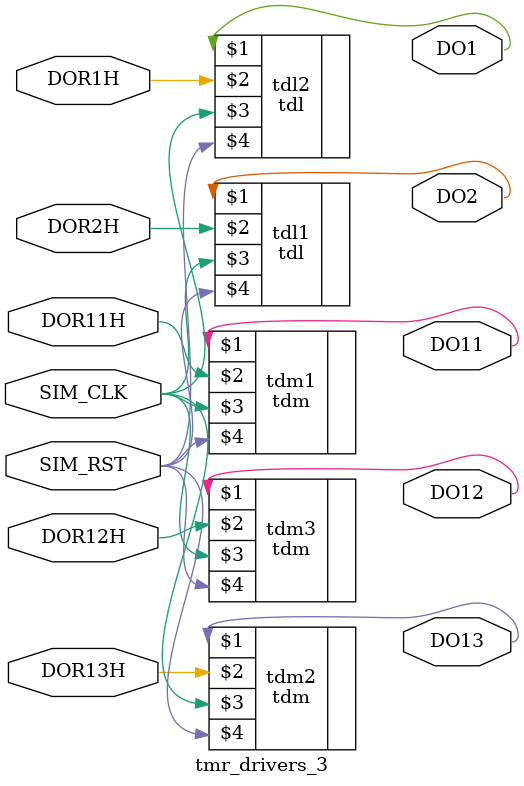
<source format=v>
`timescale 1ns/1ps
`default_nettype none

module tmr_drivers_3(
    input wire SIM_CLK,
    input wire SIM_RST,

    input wire DOR1H,
    input wire DOR2H,
    input wire DOR11H,
    input wire DOR12H,
    input wire DOR13H,

    output wire DO1,
    output wire DO2,
    output wire DO11,
    output wire DO12,
    output wire DO13
);

// 10-39
tdm tdm1(DO11, DOR11H, SIM_CLK, SIM_RST);
tdm tdm2(DO13, DOR13H, SIM_CLK, SIM_RST);
tdl tdl1(DO2, DOR2H, SIM_CLK, SIM_RST);
tdl tdl2(DO1, DOR1H, SIM_CLK, SIM_RST);

// 10-40
tdm tdm3(DO12, DOR12H, SIM_CLK, SIM_RST);

endmodule
`default_nettype wire

</source>
